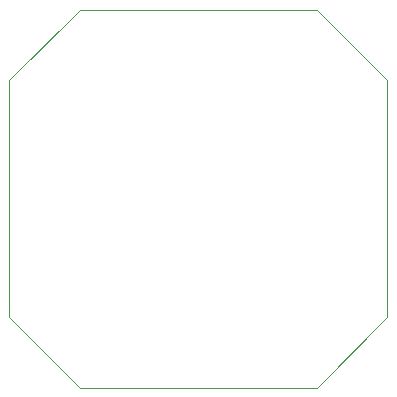
<source format=gko>
G75*
%MOIN*%
%OFA0B0*%
%FSLAX25Y25*%
%IPPOS*%
%LPD*%
%AMOC8*
5,1,8,0,0,1.08239X$1,22.5*
%
%ADD10C,0.00000*%
D10*
X0071079Y0076197D02*
X0149819Y0076197D01*
X0173441Y0099819D01*
X0173441Y0178559D01*
X0149819Y0202181D01*
X0071079Y0202181D01*
X0047457Y0178559D01*
X0047457Y0099819D01*
X0071079Y0076197D01*
M02*

</source>
